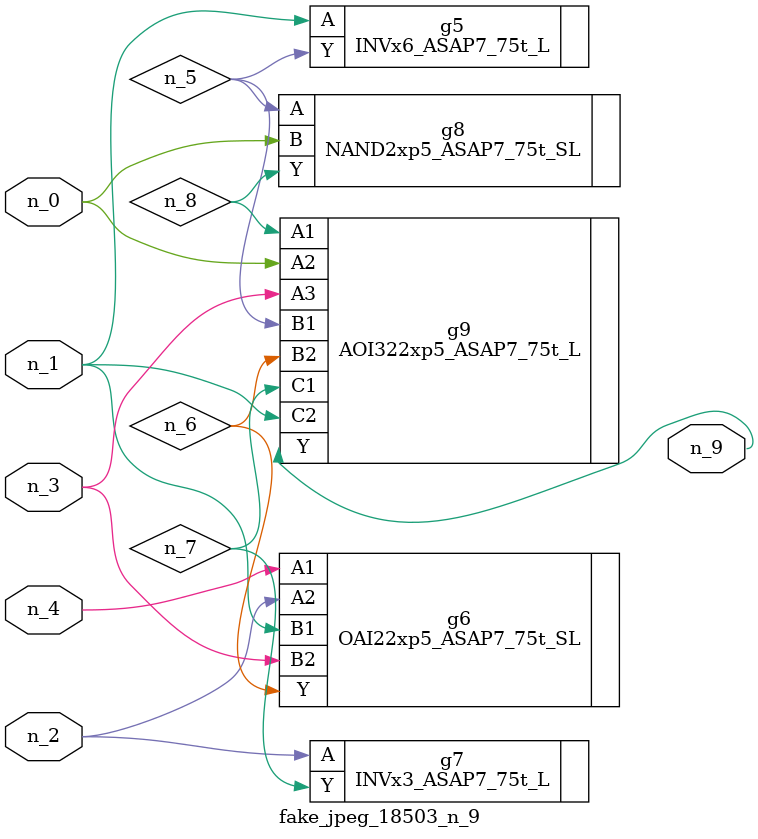
<source format=v>
module fake_jpeg_18503_n_9 (n_3, n_2, n_1, n_0, n_4, n_9);

input n_3;
input n_2;
input n_1;
input n_0;
input n_4;

output n_9;

wire n_8;
wire n_6;
wire n_5;
wire n_7;

INVx6_ASAP7_75t_L g5 ( 
.A(n_1),
.Y(n_5)
);

OAI22xp5_ASAP7_75t_SL g6 ( 
.A1(n_4),
.A2(n_2),
.B1(n_1),
.B2(n_3),
.Y(n_6)
);

INVx3_ASAP7_75t_L g7 ( 
.A(n_2),
.Y(n_7)
);

NAND2xp5_ASAP7_75t_SL g8 ( 
.A(n_5),
.B(n_0),
.Y(n_8)
);

AOI322xp5_ASAP7_75t_L g9 ( 
.A1(n_8),
.A2(n_0),
.A3(n_3),
.B1(n_5),
.B2(n_6),
.C1(n_7),
.C2(n_1),
.Y(n_9)
);


endmodule
</source>
